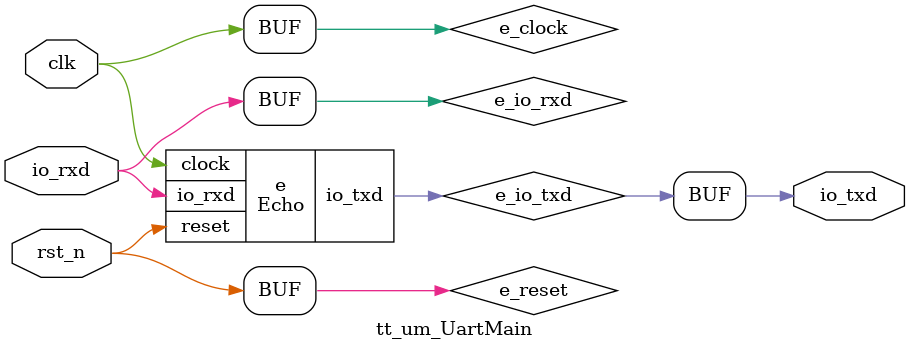
<source format=v>
module Tx(
  input        clock,
  input        reset,
  output       io_txd,
  output       io_channel_ready,
  input        io_channel_valid,
  input  [7:0] io_channel_bits
);
`ifdef RANDOMIZE_REG_INIT
  reg [31:0] _RAND_0;
  reg [31:0] _RAND_1;
  reg [31:0] _RAND_2;
`endif // RANDOMIZE_REG_INIT
  reg [10:0] shiftReg; // @[Uart.scala 34:25]
  reg [19:0] cntReg; // @[Uart.scala 35:23]
  reg [3:0] bitsReg; // @[Uart.scala 36:24]
  wire  _io_channel_ready_T = cntReg == 20'h0; // @[Uart.scala 38:31]
  wire [9:0] shift = shiftReg[10:1]; // @[Uart.scala 46:28]
  wire [10:0] _shiftReg_T_1 = {1'h1,shift}; // @[Uart.scala 47:23]
  wire [3:0] _bitsReg_T_1 = bitsReg - 4'h1; // @[Uart.scala 48:26]
  wire [10:0] _shiftReg_T_3 = {2'h3,io_channel_bits,1'h0}; // @[Uart.scala 52:44]
  wire [19:0] _cntReg_T_1 = cntReg - 20'h1; // @[Uart.scala 60:22]
  assign io_txd = shiftReg[0]; // @[Uart.scala 40:21]
  assign io_channel_ready = cntReg == 20'h0 & bitsReg == 4'h0; // @[Uart.scala 38:40]
  always @(posedge clock) begin
    if (reset) begin // @[Uart.scala 34:25]
      shiftReg <= 11'h7ff; // @[Uart.scala 34:25]
    end else if (_io_channel_ready_T) begin // @[Uart.scala 42:24]
      if (bitsReg != 4'h0) begin // @[Uart.scala 45:27]
        shiftReg <= _shiftReg_T_1; // @[Uart.scala 47:16]
      end else if (io_channel_valid) begin // @[Uart.scala 50:30]
        shiftReg <= _shiftReg_T_3; // @[Uart.scala 52:18]
      end else begin
        shiftReg <= 11'h7ff; // @[Uart.scala 55:18]
      end
    end
    if (reset) begin // @[Uart.scala 35:23]
      cntReg <= 20'h0; // @[Uart.scala 35:23]
    end else if (_io_channel_ready_T) begin // @[Uart.scala 42:24]
      cntReg <= 20'h28b0; // @[Uart.scala 44:12]
    end else begin
      cntReg <= _cntReg_T_1; // @[Uart.scala 60:12]
    end
    if (reset) begin // @[Uart.scala 36:24]
      bitsReg <= 4'h0; // @[Uart.scala 36:24]
    end else if (_io_channel_ready_T) begin // @[Uart.scala 42:24]
      if (bitsReg != 4'h0) begin // @[Uart.scala 45:27]
        bitsReg <= _bitsReg_T_1; // @[Uart.scala 48:15]
      end else if (io_channel_valid) begin // @[Uart.scala 50:30]
        bitsReg <= 4'hb; // @[Uart.scala 53:17]
      end
    end
  end
// Register and memory initialization
`ifdef RANDOMIZE_GARBAGE_ASSIGN
`define RANDOMIZE
`endif
`ifdef RANDOMIZE_INVALID_ASSIGN
`define RANDOMIZE
`endif
`ifdef RANDOMIZE_REG_INIT
`define RANDOMIZE
`endif
`ifdef RANDOMIZE_MEM_INIT
`define RANDOMIZE
`endif
`ifndef RANDOM
`define RANDOM $random
`endif
`ifdef RANDOMIZE_MEM_INIT
  integer initvar;
`endif
`ifndef SYNTHESIS
`ifdef FIRRTL_BEFORE_INITIAL
`FIRRTL_BEFORE_INITIAL
`endif
initial begin
  `ifdef RANDOMIZE
    `ifdef INIT_RANDOM
      `INIT_RANDOM
    `endif
    `ifndef VERILATOR
      `ifdef RANDOMIZE_DELAY
        #`RANDOMIZE_DELAY begin end
      `else
        #0.002 begin end
      `endif
    `endif
`ifdef RANDOMIZE_REG_INIT
  _RAND_0 = {1{`RANDOM}};
  shiftReg = _RAND_0[10:0];
  _RAND_1 = {1{`RANDOM}};
  cntReg = _RAND_1[19:0];
  _RAND_2 = {1{`RANDOM}};
  bitsReg = _RAND_2[3:0];
`endif // RANDOMIZE_REG_INIT
  `endif // RANDOMIZE
end // initial
`ifdef FIRRTL_AFTER_INITIAL
`FIRRTL_AFTER_INITIAL
`endif
`endif // SYNTHESIS
endmodule
module Buffer(
  input        clock,
  input        reset,
  output       io_in_ready,
  input        io_in_valid,
  input  [7:0] io_in_bits,
  input        io_out_ready,
  output       io_out_valid,
  output [7:0] io_out_bits
);
`ifdef RANDOMIZE_REG_INIT
  reg [31:0] _RAND_0;
  reg [31:0] _RAND_1;
`endif // RANDOMIZE_REG_INIT
  reg  stateReg; // @[Uart.scala 127:25]
  reg [7:0] dataReg; // @[Uart.scala 128:24]
  wire  _io_in_ready_T = ~stateReg; // @[Uart.scala 130:27]
  wire  _GEN_1 = io_in_valid | stateReg; // @[Uart.scala 134:23 136:16 127:25]
  assign io_in_ready = ~stateReg; // @[Uart.scala 130:27]
  assign io_out_valid = stateReg; // @[Uart.scala 131:28]
  assign io_out_bits = dataReg; // @[Uart.scala 143:15]
  always @(posedge clock) begin
    if (reset) begin // @[Uart.scala 127:25]
      stateReg <= 1'h0; // @[Uart.scala 127:25]
    end else if (_io_in_ready_T) begin // @[Uart.scala 133:28]
      stateReg <= _GEN_1;
    end else if (io_out_ready) begin // @[Uart.scala 139:24]
      stateReg <= 1'h0; // @[Uart.scala 140:16]
    end
    if (reset) begin // @[Uart.scala 128:24]
      dataReg <= 8'h0; // @[Uart.scala 128:24]
    end else if (_io_in_ready_T) begin // @[Uart.scala 133:28]
      if (io_in_valid) begin // @[Uart.scala 134:23]
        dataReg <= io_in_bits; // @[Uart.scala 135:15]
      end
    end
  end
// Register and memory initialization
`ifdef RANDOMIZE_GARBAGE_ASSIGN
`define RANDOMIZE
`endif
`ifdef RANDOMIZE_INVALID_ASSIGN
`define RANDOMIZE
`endif
`ifdef RANDOMIZE_REG_INIT
`define RANDOMIZE
`endif
`ifdef RANDOMIZE_MEM_INIT
`define RANDOMIZE
`endif
`ifndef RANDOM
`define RANDOM $random
`endif
`ifdef RANDOMIZE_MEM_INIT
  integer initvar;
`endif
`ifndef SYNTHESIS
`ifdef FIRRTL_BEFORE_INITIAL
`FIRRTL_BEFORE_INITIAL
`endif
initial begin
  `ifdef RANDOMIZE
    `ifdef INIT_RANDOM
      `INIT_RANDOM
    `endif
    `ifndef VERILATOR
      `ifdef RANDOMIZE_DELAY
        #`RANDOMIZE_DELAY begin end
      `else
        #0.002 begin end
      `endif
    `endif
`ifdef RANDOMIZE_REG_INIT
  _RAND_0 = {1{`RANDOM}};
  stateReg = _RAND_0[0:0];
  _RAND_1 = {1{`RANDOM}};
  dataReg = _RAND_1[7:0];
`endif // RANDOMIZE_REG_INIT
  `endif // RANDOMIZE
end // initial
`ifdef FIRRTL_AFTER_INITIAL
`FIRRTL_AFTER_INITIAL
`endif
`endif // SYNTHESIS
endmodule
module BufferedTx(
  input        clock,
  input        reset,
  output       io_txd,
  output       io_channel_ready,
  input        io_channel_valid,
  input  [7:0] io_channel_bits
);
  wire  tx_clock; // @[Uart.scala 156:18]
  wire  tx_reset; // @[Uart.scala 156:18]
  wire  tx_io_txd; // @[Uart.scala 156:18]
  wire  tx_io_channel_ready; // @[Uart.scala 156:18]
  wire  tx_io_channel_valid; // @[Uart.scala 156:18]
  wire [7:0] tx_io_channel_bits; // @[Uart.scala 156:18]
  wire  buf__clock; // @[Uart.scala 157:19]
  wire  buf__reset; // @[Uart.scala 157:19]
  wire  buf__io_in_ready; // @[Uart.scala 157:19]
  wire  buf__io_in_valid; // @[Uart.scala 157:19]
  wire [7:0] buf__io_in_bits; // @[Uart.scala 157:19]
  wire  buf__io_out_ready; // @[Uart.scala 157:19]
  wire  buf__io_out_valid; // @[Uart.scala 157:19]
  wire [7:0] buf__io_out_bits; // @[Uart.scala 157:19]
  Tx tx ( // @[Uart.scala 156:18]
    .clock(tx_clock),
    .reset(tx_reset),
    .io_txd(tx_io_txd),
    .io_channel_ready(tx_io_channel_ready),
    .io_channel_valid(tx_io_channel_valid),
    .io_channel_bits(tx_io_channel_bits)
  );
  Buffer buf_ ( // @[Uart.scala 157:19]
    .clock(buf__clock),
    .reset(buf__reset),
    .io_in_ready(buf__io_in_ready),
    .io_in_valid(buf__io_in_valid),
    .io_in_bits(buf__io_in_bits),
    .io_out_ready(buf__io_out_ready),
    .io_out_valid(buf__io_out_valid),
    .io_out_bits(buf__io_out_bits)
  );
  assign io_txd = tx_io_txd; // @[Uart.scala 161:10]
  assign io_channel_ready = buf__io_in_ready; // @[Uart.scala 159:13]
  assign tx_clock = clock;
  assign tx_reset = reset;
  assign tx_io_channel_valid = buf__io_out_valid; // @[Uart.scala 160:17]
  assign tx_io_channel_bits = buf__io_out_bits; // @[Uart.scala 160:17]
  assign buf__clock = clock;
  assign buf__reset = reset;
  assign buf__io_in_valid = io_channel_valid; // @[Uart.scala 159:13]
  assign buf__io_in_bits = io_channel_bits; // @[Uart.scala 159:13]
  assign buf__io_out_ready = tx_io_channel_ready; // @[Uart.scala 160:17]
endmodule
module Rx(
  input        clock,
  input        reset,
  input        io_rxd,
  input        io_channel_ready,
  output       io_channel_valid,
  output [7:0] io_channel_bits
);
`ifdef RANDOMIZE_REG_INIT
  reg [31:0] _RAND_0;
  reg [31:0] _RAND_1;
  reg [31:0] _RAND_2;
  reg [31:0] _RAND_3;
  reg [31:0] _RAND_4;
  reg [31:0] _RAND_5;
`endif // RANDOMIZE_REG_INIT
  reg  rxReg_REG; // @[Uart.scala 84:30]
  reg  rxReg; // @[Uart.scala 84:22]
  reg [7:0] shiftReg; // @[Uart.scala 86:25]
  reg [19:0] cntReg; // @[Uart.scala 87:23]
  reg [3:0] bitsReg; // @[Uart.scala 88:24]
  reg  validReg; // @[Uart.scala 89:25]
  wire [19:0] _cntReg_T_1 = cntReg - 20'h1; // @[Uart.scala 92:22]
  wire [7:0] _shiftReg_T_1 = {rxReg,shiftReg[7:1]}; // @[Uart.scala 95:23]
  wire [3:0] _bitsReg_T_1 = bitsReg - 4'h1; // @[Uart.scala 96:24]
  wire  _GEN_0 = bitsReg == 4'h1 | validReg; // @[Uart.scala 98:27 99:16 89:25]
  assign io_channel_valid = validReg; // @[Uart.scala 112:20]
  assign io_channel_bits = shiftReg; // @[Uart.scala 111:19]
  always @(posedge clock) begin
    rxReg_REG <= reset | io_rxd; // @[Uart.scala 84:{30,30,30}]
    rxReg <= reset | rxReg_REG; // @[Uart.scala 84:{22,22,22}]
    if (reset) begin // @[Uart.scala 86:25]
      shiftReg <= 8'h0; // @[Uart.scala 86:25]
    end else if (!(cntReg != 20'h0)) begin // @[Uart.scala 91:24]
      if (bitsReg != 4'h0) begin // @[Uart.scala 93:32]
        shiftReg <= _shiftReg_T_1; // @[Uart.scala 95:14]
      end
    end
    if (reset) begin // @[Uart.scala 87:23]
      cntReg <= 20'h0; // @[Uart.scala 87:23]
    end else if (cntReg != 20'h0) begin // @[Uart.scala 91:24]
      cntReg <= _cntReg_T_1; // @[Uart.scala 92:12]
    end else if (bitsReg != 4'h0) begin // @[Uart.scala 93:32]
      cntReg <= 20'h28b0; // @[Uart.scala 94:12]
    end else if (~rxReg) begin // @[Uart.scala 101:30]
      cntReg <= 20'h3d08; // @[Uart.scala 103:12]
    end
    if (reset) begin // @[Uart.scala 88:24]
      bitsReg <= 4'h0; // @[Uart.scala 88:24]
    end else if (!(cntReg != 20'h0)) begin // @[Uart.scala 91:24]
      if (bitsReg != 4'h0) begin // @[Uart.scala 93:32]
        bitsReg <= _bitsReg_T_1; // @[Uart.scala 96:13]
      end else if (~rxReg) begin // @[Uart.scala 101:30]
        bitsReg <= 4'h8; // @[Uart.scala 104:13]
      end
    end
    if (reset) begin // @[Uart.scala 89:25]
      validReg <= 1'h0; // @[Uart.scala 89:25]
    end else if (validReg & io_channel_ready) begin // @[Uart.scala 107:38]
      validReg <= 1'h0; // @[Uart.scala 108:14]
    end else if (!(cntReg != 20'h0)) begin // @[Uart.scala 91:24]
      if (bitsReg != 4'h0) begin // @[Uart.scala 93:32]
        validReg <= _GEN_0;
      end
    end
  end
// Register and memory initialization
`ifdef RANDOMIZE_GARBAGE_ASSIGN
`define RANDOMIZE
`endif
`ifdef RANDOMIZE_INVALID_ASSIGN
`define RANDOMIZE
`endif
`ifdef RANDOMIZE_REG_INIT
`define RANDOMIZE
`endif
`ifdef RANDOMIZE_MEM_INIT
`define RANDOMIZE
`endif
`ifndef RANDOM
`define RANDOM $random
`endif
`ifdef RANDOMIZE_MEM_INIT
  integer initvar;
`endif
`ifndef SYNTHESIS
`ifdef FIRRTL_BEFORE_INITIAL
`FIRRTL_BEFORE_INITIAL
`endif
initial begin
  `ifdef RANDOMIZE
    `ifdef INIT_RANDOM
      `INIT_RANDOM
    `endif
    `ifndef VERILATOR
      `ifdef RANDOMIZE_DELAY
        #`RANDOMIZE_DELAY begin end
      `else
        #0.002 begin end
      `endif
    `endif
`ifdef RANDOMIZE_REG_INIT
  _RAND_0 = {1{`RANDOM}};
  rxReg_REG = _RAND_0[0:0];
  _RAND_1 = {1{`RANDOM}};
  rxReg = _RAND_1[0:0];
  _RAND_2 = {1{`RANDOM}};
  shiftReg = _RAND_2[7:0];
  _RAND_3 = {1{`RANDOM}};
  cntReg = _RAND_3[19:0];
  _RAND_4 = {1{`RANDOM}};
  bitsReg = _RAND_4[3:0];
  _RAND_5 = {1{`RANDOM}};
  validReg = _RAND_5[0:0];
`endif // RANDOMIZE_REG_INIT
  `endif // RANDOMIZE
end // initial
`ifdef FIRRTL_AFTER_INITIAL
`FIRRTL_AFTER_INITIAL
`endif
`endif // SYNTHESIS
endmodule
module Echo(
  input   clock,
  input   reset,
  output  io_txd,
  input   io_rxd
);
  wire  tx_clock; // @[Uart.scala 199:18]
  wire  tx_reset; // @[Uart.scala 199:18]
  wire  tx_io_txd; // @[Uart.scala 199:18]
  wire  tx_io_channel_ready; // @[Uart.scala 199:18]
  wire  tx_io_channel_valid; // @[Uart.scala 199:18]
  wire [7:0] tx_io_channel_bits; // @[Uart.scala 199:18]
  wire  rx_clock; // @[Uart.scala 200:18]
  wire  rx_reset; // @[Uart.scala 200:18]
  wire  rx_io_rxd; // @[Uart.scala 200:18]
  wire  rx_io_channel_ready; // @[Uart.scala 200:18]
  wire  rx_io_channel_valid; // @[Uart.scala 200:18]
  wire [7:0] rx_io_channel_bits; // @[Uart.scala 200:18]
  BufferedTx tx ( // @[Uart.scala 199:18]
    .clock(tx_clock),
    .reset(tx_reset),
    .io_txd(tx_io_txd),
    .io_channel_ready(tx_io_channel_ready),
    .io_channel_valid(tx_io_channel_valid),
    .io_channel_bits(tx_io_channel_bits)
  );
  Rx rx ( // @[Uart.scala 200:18]
    .clock(rx_clock),
    .reset(rx_reset),
    .io_rxd(rx_io_rxd),
    .io_channel_ready(rx_io_channel_ready),
    .io_channel_valid(rx_io_channel_valid),
    .io_channel_bits(rx_io_channel_bits)
  );
  assign io_txd = tx_io_txd; // @[Uart.scala 201:10]
  assign tx_clock = clock;
  assign tx_reset = reset;
  assign tx_io_channel_valid = rx_io_channel_valid; // @[Uart.scala 203:17]
  assign tx_io_channel_bits = rx_io_channel_bits; // @[Uart.scala 203:17]
  assign rx_clock = clock;
  assign rx_reset = reset;
  assign rx_io_rxd = io_rxd; // @[Uart.scala 202:13]
  assign rx_io_channel_ready = tx_io_channel_ready; // @[Uart.scala 203:17]
endmodule
module tt_um_UartMain(
  input   clk,
  input   rst_n,
  input   io_rxd,
  output  io_txd
);
  wire  e_clock; // @[Uart.scala 219:19]
  wire  e_reset; // @[Uart.scala 219:19]
  wire  e_io_txd; // @[Uart.scala 219:19]
  wire  e_io_rxd; // @[Uart.scala 219:19]
  Echo e ( // @[Uart.scala 219:19]
    .clock(e_clock),
    .reset(e_reset),
    .io_txd(e_io_txd),
    .io_rxd(e_io_rxd)
  );
  assign io_txd = e_io_txd; // @[Uart.scala 221:12]
  assign e_clock = clk;
  assign e_reset = rst_n;
  assign e_io_rxd = io_rxd; // @[Uart.scala 220:14]
endmodule

</source>
